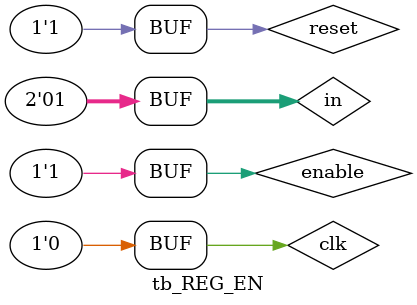
<source format=sv>
module tb_REG_EN();
	logic clk,reset,enable;
	logic [1:0] in, out;
	// instantiate device to be tested 
	REG_EN dut(clk,reset,enable,in,out);
	// initialize test 
	initial 
		begin  
			enable <= 1;
			reset <= 0;
			# 100
			reset <= 1;
		end
	always 
		begin 
			clk <= 1; 
			# 5; 
			clk <= 0; 
			# 5;
		end
	always 
		begin  
			# 10; 
			in  <= 2'b00;
			# 10; 
			in  <= 2'b01;
			# 10; 
			in  <= 2'b10;
			enable <= 0;
			# 10; 
			in  <= 2'b11;
			# 10; 
			in  <= 2'b10;
			# 10;
			enable <= 1;
			in  <= 2'b01;
		end
endmodule
</source>
